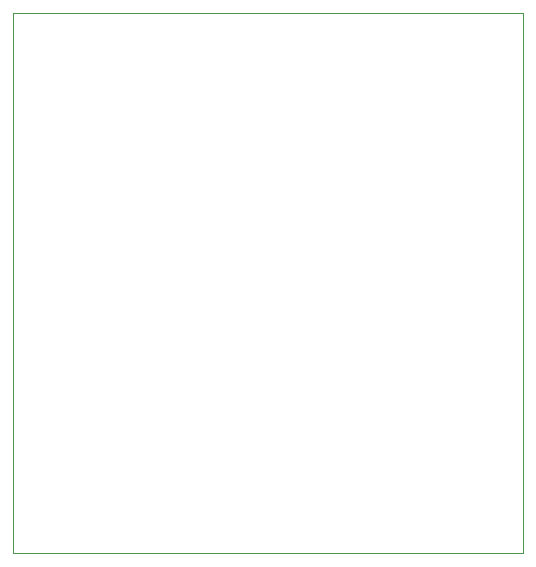
<source format=gbr>
%TF.GenerationSoftware,KiCad,Pcbnew,9.0.0*%
%TF.CreationDate,2025-03-27T21:27:04+00:00*%
%TF.ProjectId,MiniEconetModule,4d696e69-4563-46f6-9e65-744d6f64756c,02b*%
%TF.SameCoordinates,Original*%
%TF.FileFunction,Profile,NP*%
%FSLAX46Y46*%
G04 Gerber Fmt 4.6, Leading zero omitted, Abs format (unit mm)*
G04 Created by KiCad (PCBNEW 9.0.0) date 2025-03-27 21:27:04*
%MOMM*%
%LPD*%
G01*
G04 APERTURE LIST*
%TA.AperFunction,Profile*%
%ADD10C,0.050000*%
%TD*%
G04 APERTURE END LIST*
D10*
X107535000Y-104615000D02*
X107535000Y-58895000D01*
X107535000Y-104615000D02*
X150715000Y-104615000D01*
X150715000Y-58895000D02*
X150715000Y-104615000D01*
X107535000Y-58895000D02*
X150715000Y-58895000D01*
M02*

</source>
